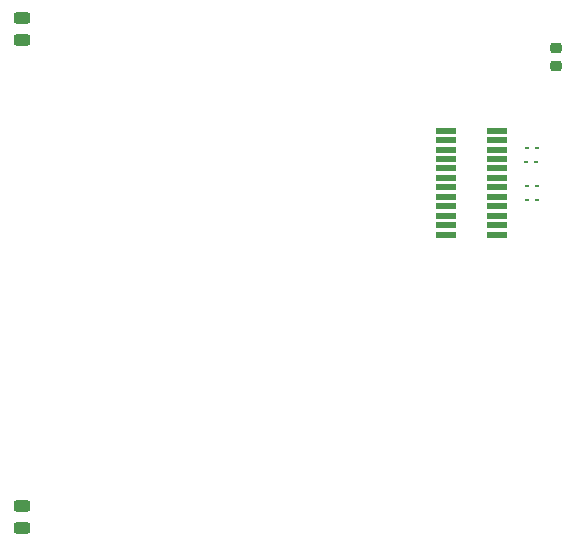
<source format=gtp>
%TF.GenerationSoftware,KiCad,Pcbnew,8.0.5*%
%TF.CreationDate,2024-10-30T11:13:14-05:00*%
%TF.ProjectId,DataAcq-EnvironmentBoard,44617461-4163-4712-9d45-6e7669726f6e,rev?*%
%TF.SameCoordinates,Original*%
%TF.FileFunction,Paste,Top*%
%TF.FilePolarity,Positive*%
%FSLAX46Y46*%
G04 Gerber Fmt 4.6, Leading zero omitted, Abs format (unit mm)*
G04 Created by KiCad (PCBNEW 8.0.5) date 2024-10-30 11:13:14*
%MOMM*%
%LPD*%
G01*
G04 APERTURE LIST*
G04 Aperture macros list*
%AMRoundRect*
0 Rectangle with rounded corners*
0 $1 Rounding radius*
0 $2 $3 $4 $5 $6 $7 $8 $9 X,Y pos of 4 corners*
0 Add a 4 corners polygon primitive as box body*
4,1,4,$2,$3,$4,$5,$6,$7,$8,$9,$2,$3,0*
0 Add four circle primitives for the rounded corners*
1,1,$1+$1,$2,$3*
1,1,$1+$1,$4,$5*
1,1,$1+$1,$6,$7*
1,1,$1+$1,$8,$9*
0 Add four rect primitives between the rounded corners*
20,1,$1+$1,$2,$3,$4,$5,0*
20,1,$1+$1,$4,$5,$6,$7,0*
20,1,$1+$1,$6,$7,$8,$9,0*
20,1,$1+$1,$8,$9,$2,$3,0*%
G04 Aperture macros list end*
%ADD10R,1.800000X0.550000*%
%ADD11RoundRect,0.062500X0.117500X0.062500X-0.117500X0.062500X-0.117500X-0.062500X0.117500X-0.062500X0*%
%ADD12RoundRect,0.243750X0.456250X-0.243750X0.456250X0.243750X-0.456250X0.243750X-0.456250X-0.243750X0*%
%ADD13RoundRect,0.218750X-0.256250X0.218750X-0.256250X-0.218750X0.256250X-0.218750X0.256250X0.218750X0*%
G04 APERTURE END LIST*
D10*
%TO.C,U4*%
X177637260Y-91837260D03*
X181937260Y-91837260D03*
X177637260Y-92637260D03*
X181937260Y-92637260D03*
X177637260Y-93437260D03*
X181937260Y-93437260D03*
X177637260Y-94237260D03*
X181937260Y-94237260D03*
X177637260Y-95037260D03*
X181937260Y-95037260D03*
X177637260Y-95837260D03*
X181937260Y-95837260D03*
X177637260Y-96637260D03*
X181937260Y-96637260D03*
X177637260Y-97437260D03*
X181937260Y-97437260D03*
X177637260Y-98237260D03*
X181937260Y-98237260D03*
X177637260Y-99037260D03*
X181937260Y-99037260D03*
X177637260Y-99837260D03*
X181937260Y-99837260D03*
X177637260Y-100637260D03*
X181937260Y-100637260D03*
%TD*%
D11*
%TO.C,D3*%
X184480000Y-96500000D03*
X185320000Y-96500000D03*
%TD*%
D12*
%TO.C,D2*%
X141750000Y-84187500D03*
X141750000Y-82312500D03*
%TD*%
D11*
%TO.C,D4*%
X184500000Y-97700000D03*
X185340000Y-97700000D03*
%TD*%
D13*
%TO.C,F2*%
X187000000Y-84812500D03*
X187000000Y-86387500D03*
%TD*%
D11*
%TO.C,D5*%
X184460000Y-94500000D03*
X185300000Y-94500000D03*
%TD*%
%TO.C,D6*%
X184480000Y-93300000D03*
X185320000Y-93300000D03*
%TD*%
D12*
%TO.C,D1*%
X141750000Y-125500000D03*
X141750000Y-123625000D03*
%TD*%
M02*

</source>
